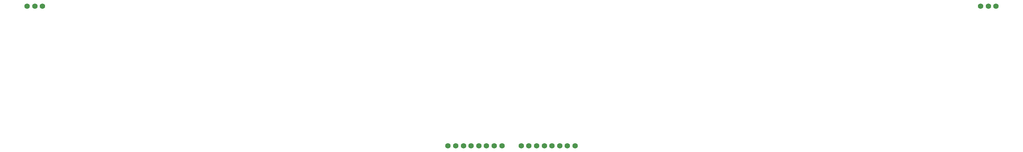
<source format=gbr>
%TF.GenerationSoftware,KiCad,Pcbnew,7.0.9-7.0.9~ubuntu22.04.1*%
%TF.CreationDate,2023-12-27T20:48:07-05:00*%
%TF.ProjectId,GT-Wheel-RevLight,47542d57-6865-4656-9c2d-5265764c6967,rev?*%
%TF.SameCoordinates,Original*%
%TF.FileFunction,Soldermask,Bot*%
%TF.FilePolarity,Negative*%
%FSLAX46Y46*%
G04 Gerber Fmt 4.6, Leading zero omitted, Abs format (unit mm)*
G04 Created by KiCad (PCBNEW 7.0.9-7.0.9~ubuntu22.04.1) date 2023-12-27 20:48:07*
%MOMM*%
%LPD*%
G01*
G04 APERTURE LIST*
%ADD10C,1.400000*%
G04 APERTURE END LIST*
D10*
%TO.C,WP18*%
X139074275Y-99380738D03*
%TD*%
%TO.C,WP1*%
X271324275Y-63130738D03*
%TD*%
%TO.C,WP5*%
X162074275Y-99380738D03*
%TD*%
%TO.C,WP2*%
X269324275Y-63130738D03*
%TD*%
%TO.C,WP16*%
X143074275Y-99380738D03*
%TD*%
%TO.C,WP10*%
X158074275Y-99380738D03*
%TD*%
%TO.C,WP17*%
X141074275Y-99380738D03*
%TD*%
%TO.C,WP12*%
X154074275Y-99380738D03*
%TD*%
%TO.C,WP14*%
X150074275Y-99380738D03*
%TD*%
%TO.C,WP3*%
X273324275Y-63130738D03*
%TD*%
%TO.C,WP20*%
X135074275Y-99380738D03*
%TD*%
%TO.C,WP6*%
X23824275Y-63130738D03*
%TD*%
%TO.C,WP8*%
X25824275Y-63130738D03*
%TD*%
%TO.C,WP22*%
X131074275Y-99380738D03*
%TD*%
%TO.C,WP7*%
X21824275Y-63130738D03*
%TD*%
%TO.C,WP15*%
X145074275Y-99380738D03*
%TD*%
%TO.C,WP11*%
X156074275Y-99380738D03*
%TD*%
%TO.C,WP19*%
X137074275Y-99380738D03*
%TD*%
%TO.C,WP4*%
X164074275Y-99380738D03*
%TD*%
%TO.C,WP13*%
X152074275Y-99380738D03*
%TD*%
%TO.C,WP9*%
X160074275Y-99380738D03*
%TD*%
%TO.C,WP21*%
X133074275Y-99380738D03*
%TD*%
M02*

</source>
